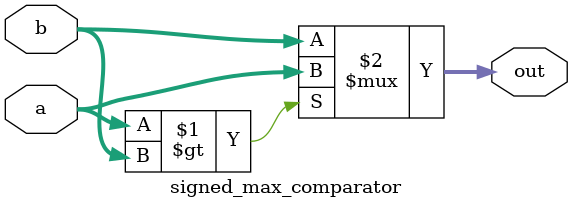
<source format=v>

module signed_max_comparator #(
  parameter integer IN_WIDTH              = 8,
  parameter integer OUT_WIDTH             = 8
) (
  input  wire signed [ IN_WIDTH   -1 : 0 ] a,
  input  wire signed [ IN_WIDTH   -1 : 0 ] b,
  output wire signed [ OUT_WIDTH  -1 : 0 ] out
);

assign out = a > b ? a : b;

endmodule

</source>
